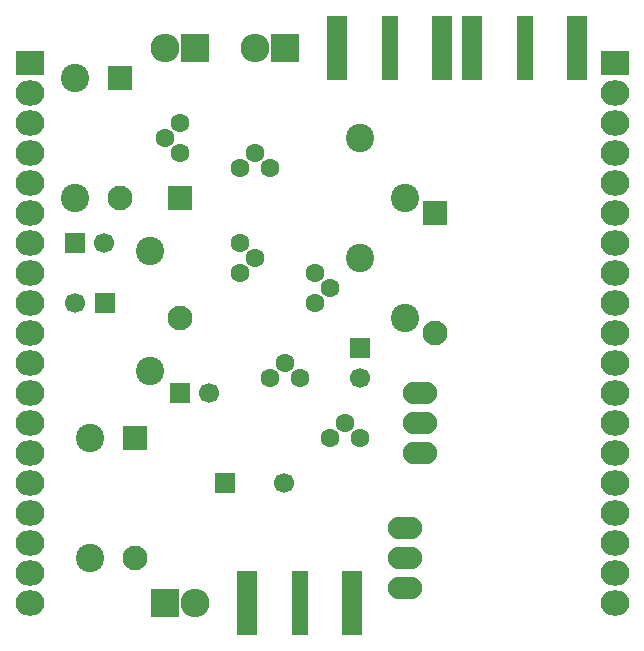
<source format=gbr>
G04 #@! TF.FileFunction,Soldermask,Top*
%FSLAX46Y46*%
G04 Gerber Fmt 4.6, Leading zero omitted, Abs format (unit mm)*
G04 Created by KiCad (PCBNEW 4.0.3+e1-6302~38~ubuntu16.04.1-stable) date Thu Aug 25 17:18:38 2016*
%MOMM*%
%LPD*%
G01*
G04 APERTURE LIST*
%ADD10C,0.100000*%
%ADD11R,1.700000X1.700000*%
%ADD12C,1.700000*%
%ADD13C,2.099260*%
%ADD14R,2.099260X2.099260*%
%ADD15R,2.432000X2.432000*%
%ADD16O,2.432000X2.432000*%
%ADD17C,1.600000*%
%ADD18O,2.899360X1.901140*%
%ADD19C,2.398980*%
%ADD20R,1.670000X5.480000*%
%ADD21R,1.416000X5.480000*%
%ADD22R,2.432000X2.127200*%
%ADD23O,2.432000X2.127200*%
G04 APERTURE END LIST*
D10*
D11*
X48260000Y-101600000D03*
D12*
X45760000Y-101600000D03*
D11*
X54610000Y-109220000D03*
D12*
X57110000Y-109220000D03*
D11*
X58420000Y-116840000D03*
D12*
X63420000Y-116840000D03*
D11*
X69850000Y-105410000D03*
D12*
X69850000Y-107910000D03*
D11*
X45720000Y-96520000D03*
D12*
X48220000Y-96520000D03*
D13*
X54612540Y-102870520D03*
D14*
X54612540Y-92710520D03*
D13*
X49532540Y-92710520D03*
D14*
X49532540Y-82550520D03*
D15*
X53340000Y-127000000D03*
D16*
X55880000Y-127000000D03*
D15*
X55880000Y-80010000D03*
D16*
X53340000Y-80010000D03*
D17*
X59690000Y-99060000D03*
X60960000Y-97790000D03*
X59690000Y-96520000D03*
X54610000Y-86360000D03*
X53340000Y-87630000D03*
X54610000Y-88900000D03*
X62230000Y-90170000D03*
X60960000Y-88900000D03*
X59690000Y-90170000D03*
X69850000Y-113030000D03*
X68580000Y-111760000D03*
X67310000Y-113030000D03*
X66040000Y-101600000D03*
X67310000Y-100330000D03*
X66040000Y-99060000D03*
X64770000Y-107950000D03*
X63500000Y-106680000D03*
X62230000Y-107950000D03*
D18*
X74930000Y-111760000D03*
X74930000Y-114300000D03*
X74930000Y-109220000D03*
X73660000Y-123190000D03*
X73660000Y-120650000D03*
X73660000Y-125730000D03*
D19*
X45720000Y-82550000D03*
X45720000Y-92710000D03*
X52070000Y-107315000D03*
X52070000Y-97155000D03*
X46990000Y-113030000D03*
X46990000Y-123190000D03*
X73660000Y-92710000D03*
X73660000Y-102870000D03*
X69850000Y-87630000D03*
X69850000Y-97790000D03*
D13*
X76202540Y-104140520D03*
D14*
X76202540Y-93980520D03*
D13*
X50802540Y-123190520D03*
D14*
X50802540Y-113030520D03*
D15*
X63500000Y-80010000D03*
D16*
X60960000Y-80010000D03*
D20*
X76835000Y-80010000D03*
X67945000Y-80010000D03*
D21*
X72390000Y-80010000D03*
D20*
X60325000Y-127000000D03*
X69215000Y-127000000D03*
D21*
X64770000Y-127000000D03*
D20*
X88265000Y-80010000D03*
X79375000Y-80010000D03*
D21*
X83820000Y-80010000D03*
D22*
X41910000Y-81280000D03*
D23*
X41910000Y-83820000D03*
X41910000Y-86360000D03*
X41910000Y-88900000D03*
X41910000Y-91440000D03*
X41910000Y-93980000D03*
X41910000Y-96520000D03*
X41910000Y-99060000D03*
X41910000Y-101600000D03*
X41910000Y-104140000D03*
X41910000Y-106680000D03*
X41910000Y-109220000D03*
X41910000Y-111760000D03*
X41910000Y-114300000D03*
X41910000Y-116840000D03*
X41910000Y-119380000D03*
X41910000Y-121920000D03*
X41910000Y-124460000D03*
X41910000Y-127000000D03*
D22*
X91440000Y-81280000D03*
D23*
X91440000Y-83820000D03*
X91440000Y-86360000D03*
X91440000Y-88900000D03*
X91440000Y-91440000D03*
X91440000Y-93980000D03*
X91440000Y-96520000D03*
X91440000Y-99060000D03*
X91440000Y-101600000D03*
X91440000Y-104140000D03*
X91440000Y-106680000D03*
X91440000Y-109220000D03*
X91440000Y-111760000D03*
X91440000Y-114300000D03*
X91440000Y-116840000D03*
X91440000Y-119380000D03*
X91440000Y-121920000D03*
X91440000Y-124460000D03*
X91440000Y-127000000D03*
M02*

</source>
